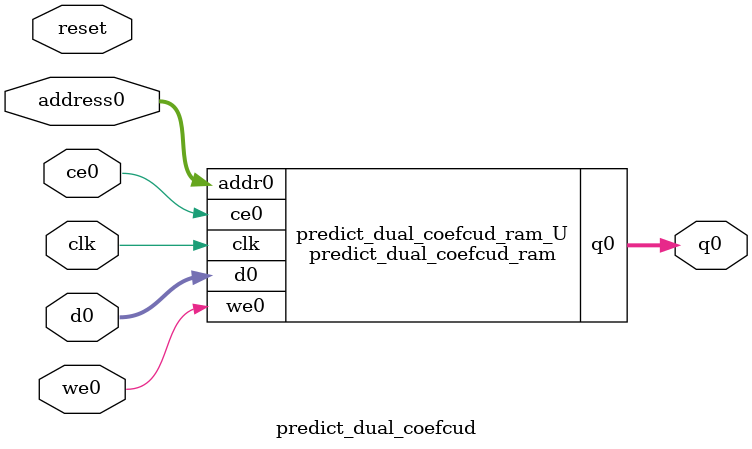
<source format=v>

`timescale 1 ns / 1 ps
module predict_dual_coefcud_ram (addr0, ce0, d0, we0, q0,  clk);

parameter DWIDTH = 32;
parameter AWIDTH = 4;
parameter MEM_SIZE = 10;

input[AWIDTH-1:0] addr0;
input ce0;
input[DWIDTH-1:0] d0;
input we0;
output reg[DWIDTH-1:0] q0;
input clk;

(* ram_style = "distributed" *)reg [DWIDTH-1:0] ram[0:MEM_SIZE-1];




always @(posedge clk)  
begin 
    if (ce0) 
    begin
        if (we0) 
        begin 
            ram[addr0] <= d0; 
            q0 <= d0;
        end 
        else 
            q0 <= ram[addr0];
    end
end


endmodule


`timescale 1 ns / 1 ps
module predict_dual_coefcud(
    reset,
    clk,
    address0,
    ce0,
    we0,
    d0,
    q0);

parameter DataWidth = 32'd32;
parameter AddressRange = 32'd10;
parameter AddressWidth = 32'd4;
input reset;
input clk;
input[AddressWidth - 1:0] address0;
input ce0;
input we0;
input[DataWidth - 1:0] d0;
output[DataWidth - 1:0] q0;



predict_dual_coefcud_ram predict_dual_coefcud_ram_U(
    .clk( clk ),
    .addr0( address0 ),
    .ce0( ce0 ),
    .we0( we0 ),
    .d0( d0 ),
    .q0( q0 ));

endmodule


</source>
